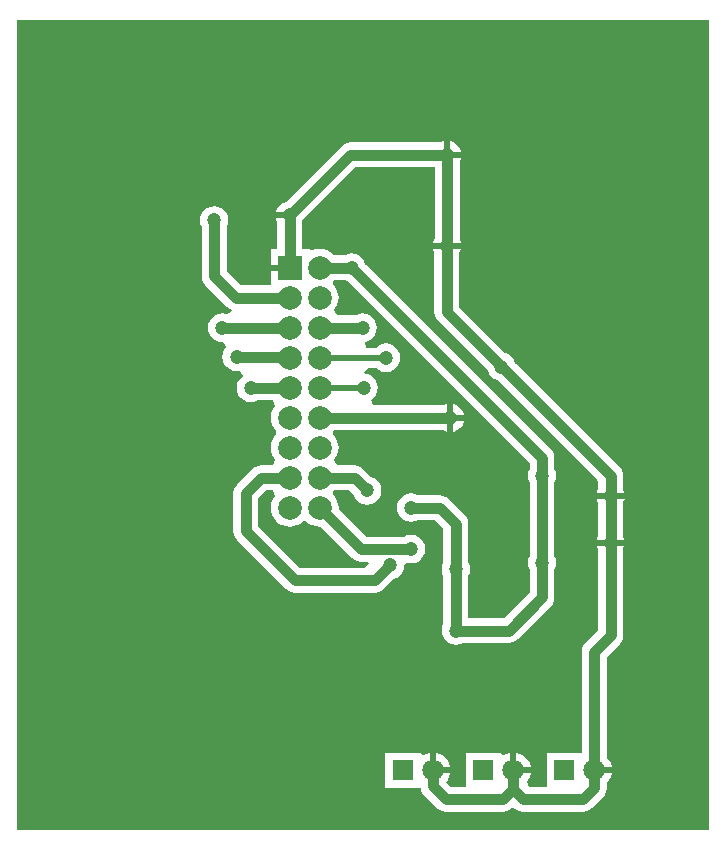
<source format=gbl>
%FSLAX42Y42*%
%MOMM*%
G71*
G01*
G75*
G04 Layer_Physical_Order=2*
G04 Layer_Color=16711680*
%ADD10R,1.00X1.10*%
%ADD11R,1.50X1.30*%
%ADD12R,0.60X2.00*%
%ADD13R,2.00X0.60*%
%ADD14R,1.10X1.00*%
%ADD15R,1.30X1.55*%
%ADD16C,0.89*%
%ADD17C,0.51*%
%ADD18C,1.80*%
%ADD19R,1.80X1.80*%
%ADD20C,2.00*%
%ADD21R,2.00X2.00*%
%ADD22C,1.20*%
G36*
X5927Y73D02*
X73D01*
Y6927D01*
X5927D01*
Y73D01*
D02*
G37*
%LPC*%
G36*
X4297Y725D02*
Y602D01*
X4420D01*
X4420Y606D01*
X4411Y634D01*
X4397Y660D01*
X4378Y683D01*
X4356Y702D01*
X4329Y716D01*
X4301Y724D01*
X4297Y725D01*
D02*
G37*
G36*
X5215Y2875D02*
X4980D01*
X4980Y2869D01*
X4992Y2841D01*
Y2564D01*
X4980Y2536D01*
X4980Y2530D01*
X5215D01*
X5214Y2536D01*
X5203Y2564D01*
Y2841D01*
X5214Y2869D01*
X5215Y2875D01*
D02*
G37*
G36*
Y2479D02*
X4980D01*
X4980Y2474D01*
X4992Y2446D01*
Y1763D01*
X4883Y1654D01*
X4866Y1632D01*
X4856Y1607D01*
X4852Y1579D01*
Y726D01*
X4554D01*
Y436D01*
X4409D01*
X4387Y481D01*
X4397Y493D01*
X4411Y519D01*
X4420Y547D01*
X4420Y551D01*
X4272D01*
Y576D01*
X4246D01*
Y725D01*
X4242Y724D01*
X4214Y716D01*
X4188Y702D01*
X4168Y726D01*
Y726D01*
X3868D01*
Y436D01*
X3744D01*
X3703Y477D01*
X3716Y493D01*
X3730Y519D01*
X3739Y547D01*
X3739Y551D01*
X3591D01*
Y576D01*
X3565D01*
Y725D01*
X3561Y724D01*
X3533Y716D01*
X3507Y702D01*
X3487Y726D01*
Y726D01*
X3187D01*
Y426D01*
X3487D01*
X3487Y426D01*
Y426D01*
X3487Y426D01*
X3489Y413D01*
X3500Y387D01*
X3516Y365D01*
X3626Y256D01*
X3636Y248D01*
X3648Y239D01*
X3673Y228D01*
X3701Y225D01*
X4188D01*
X4215Y228D01*
X4240Y239D01*
X4262Y256D01*
Y256D01*
X4262D01*
D01*
X4262D01*
D01*
X4262D01*
Y256D01*
D01*
Y256D01*
D01*
D01*
X4282D01*
X4291Y248D01*
X4303Y239D01*
X4329Y228D01*
X4356Y225D01*
X4864D01*
X4891Y228D01*
X4917Y239D01*
X4939Y256D01*
Y256D01*
X4939D01*
D01*
D01*
D01*
D01*
D01*
D01*
X4939D01*
D01*
X4939D01*
Y256D01*
D01*
D01*
D01*
D01*
Y256D01*
D01*
D01*
D01*
D01*
D01*
D01*
Y256D01*
D01*
D01*
X4939D01*
D01*
D01*
D01*
X5032Y349D01*
X5049Y371D01*
X5059Y396D01*
X5063Y424D01*
D01*
D01*
D01*
D01*
D01*
D01*
X5063D01*
D01*
D01*
D01*
Y424D01*
X5063Y424D01*
D01*
D01*
D01*
D01*
D01*
D01*
D01*
D01*
D01*
D01*
D01*
Y428D01*
X5063Y469D01*
X5064Y470D01*
X5083Y493D01*
X5097Y519D01*
X5105Y547D01*
X5106Y551D01*
X4958D01*
Y602D01*
X5106D01*
X5105Y606D01*
X5097Y634D01*
X5083Y660D01*
X5064Y683D01*
X5063Y684D01*
Y1536D01*
X5172Y1645D01*
X5189Y1667D01*
X5199Y1692D01*
X5203Y1719D01*
Y2446D01*
X5214Y2474D01*
X5215Y2479D01*
D02*
G37*
G36*
X3616Y725D02*
Y602D01*
X3739D01*
X3739Y606D01*
X3730Y634D01*
X3716Y660D01*
X3697Y683D01*
X3675Y702D01*
X3649Y716D01*
X3620Y724D01*
X3616Y725D01*
D02*
G37*
G36*
X3764Y3679D02*
Y3586D01*
X3856D01*
X3856Y3592D01*
X3844Y3621D01*
X3824Y3647D01*
X3799Y3666D01*
X3770Y3678D01*
X3764Y3679D01*
D02*
G37*
G36*
X3688Y5906D02*
X3682Y5906D01*
X3654Y5894D01*
X2893D01*
X2866Y5891D01*
X2841Y5880D01*
X2828Y5871D01*
X2819Y5863D01*
X2347Y5391D01*
X2319Y5380D01*
X2294Y5361D01*
X2275Y5336D01*
X2263Y5306D01*
X2262Y5301D01*
X2380D01*
Y5250D01*
X2262D01*
X2263Y5244D01*
X2274Y5216D01*
Y4991D01*
X2219D01*
Y4856D01*
X2380D01*
Y4806D01*
X2219D01*
Y4682D01*
X1969D01*
X1845Y4806D01*
Y5173D01*
X1857Y5201D01*
X1861Y5232D01*
X1857Y5264D01*
X1845Y5293D01*
X1825Y5318D01*
X1800Y5337D01*
X1771Y5349D01*
X1740Y5353D01*
X1709Y5349D01*
X1679Y5337D01*
X1654Y5318D01*
X1635Y5293D01*
X1623Y5264D01*
X1619Y5232D01*
X1623Y5201D01*
X1635Y5173D01*
Y4762D01*
X1635Y4762D01*
X1635D01*
X1638Y4735D01*
X1649Y4710D01*
X1665Y4688D01*
X1851Y4502D01*
D01*
X1851D01*
X1851Y4502D01*
X1851Y4502D01*
X1851D01*
D01*
X1851D01*
X1851Y4502D01*
Y4502D01*
X1851Y4502D01*
Y4502D01*
X1873Y4486D01*
X1893Y4477D01*
X1890Y4461D01*
X1846Y4437D01*
X1840Y4440D01*
X1808Y4444D01*
X1777Y4440D01*
X1748Y4428D01*
X1723Y4409D01*
X1703Y4383D01*
X1691Y4354D01*
X1687Y4323D01*
X1691Y4292D01*
X1703Y4262D01*
X1723Y4237D01*
X1748Y4218D01*
X1777Y4206D01*
X1808Y4202D01*
X1814Y4203D01*
X1832Y4180D01*
X1843Y4160D01*
X1826Y4137D01*
X1813Y4108D01*
X1809Y4077D01*
X1813Y4045D01*
X1826Y4016D01*
X1845Y3991D01*
X1870Y3972D01*
X1899Y3960D01*
X1930Y3956D01*
X1962Y3960D01*
X1981Y3913D01*
X1964Y3901D01*
X1945Y3875D01*
X1933Y3846D01*
X1929Y3815D01*
X1933Y3784D01*
X1945Y3754D01*
X1964Y3729D01*
X1989Y3710D01*
X2018Y3698D01*
X2050Y3694D01*
X2081Y3698D01*
X2109Y3710D01*
X2236D01*
X2257Y3664D01*
X2246Y3650D01*
X2231Y3622D01*
X2222Y3592D01*
X2219Y3561D01*
X2222Y3530D01*
X2231Y3499D01*
X2246Y3472D01*
X2266Y3447D01*
Y3421D01*
X2246Y3396D01*
X2231Y3368D01*
X2222Y3338D01*
X2219Y3307D01*
X2222Y3276D01*
X2231Y3245D01*
X2246Y3218D01*
X2257Y3203D01*
X2236Y3158D01*
X2139D01*
X2111Y3155D01*
X2086Y3144D01*
X2064Y3127D01*
X1932Y2995D01*
X1915Y2974D01*
X1905Y2948D01*
X1901Y2921D01*
Y2603D01*
X1905Y2576D01*
X1915Y2551D01*
X1932Y2529D01*
X2351Y2110D01*
X2361Y2103D01*
X2373Y2093D01*
X2398Y2083D01*
X2426Y2079D01*
X3099D01*
X3126Y2083D01*
X3151Y2093D01*
X3173Y2110D01*
X3258Y2195D01*
X3286Y2207D01*
X3311Y2226D01*
X3331Y2251D01*
X3343Y2280D01*
X3347Y2311D01*
X3347Y2311D01*
X3347Y2311D01*
X3347Y2313D01*
X3375Y2332D01*
X3406Y2328D01*
X3437Y2332D01*
X3467Y2344D01*
X3492Y2363D01*
X3511Y2388D01*
X3523Y2417D01*
X3527Y2449D01*
X3523Y2480D01*
X3511Y2509D01*
X3492Y2534D01*
X3467Y2553D01*
X3437Y2566D01*
X3406Y2570D01*
X3375Y2566D01*
X3347Y2554D01*
X3027D01*
X2793Y2788D01*
X2794Y2799D01*
X2791Y2830D01*
X2782Y2860D01*
X2767Y2888D01*
X2747Y2913D01*
Y2939D01*
X2754Y2948D01*
X2885D01*
X2919Y2914D01*
X2930Y2886D01*
X2950Y2861D01*
X2975Y2842D01*
X3004Y2829D01*
X3035Y2825D01*
X3067Y2829D01*
X3096Y2842D01*
X3121Y2861D01*
X3140Y2886D01*
X3152Y2915D01*
X3156Y2946D01*
X3152Y2978D01*
X3140Y3007D01*
X3121Y3032D01*
X3096Y3051D01*
X3068Y3063D01*
X3003Y3127D01*
X2981Y3144D01*
X2956Y3155D01*
X2929Y3158D01*
X2777D01*
X2756Y3203D01*
X2767Y3218D01*
X2782Y3245D01*
X2791Y3276D01*
X2794Y3307D01*
X2791Y3338D01*
X2782Y3368D01*
X2767Y3396D01*
X2747Y3421D01*
Y3447D01*
X2754Y3456D01*
X3679D01*
X3707Y3444D01*
X3713Y3443D01*
Y3561D01*
Y3679D01*
X3707Y3678D01*
X3679Y3666D01*
X3086D01*
X3070Y3714D01*
X3091Y3729D01*
X3110Y3754D01*
X3122Y3784D01*
X3126Y3815D01*
X3122Y3846D01*
X3110Y3875D01*
X3091Y3901D01*
X3065Y3920D01*
X3036Y3932D01*
X3005Y3936D01*
Y3947D01*
X3040Y3983D01*
X3111D01*
X3135Y3964D01*
X3164Y3952D01*
X3195Y3948D01*
X3227Y3952D01*
X3256Y3964D01*
X3281Y3983D01*
X3300Y4008D01*
X3312Y4038D01*
X3317Y4069D01*
X3312Y4100D01*
X3300Y4129D01*
X3281Y4155D01*
X3256Y4174D01*
X3227Y4186D01*
X3195Y4190D01*
X3164Y4186D01*
X3135Y4174D01*
X3111Y4155D01*
X3033D01*
X3023Y4164D01*
X3021Y4203D01*
X3021D01*
X3020Y4205D01*
X3029Y4206D01*
X3037Y4210D01*
X3037D01*
X3058Y4218D01*
X3083Y4237D01*
X3102Y4262D01*
X3114Y4292D01*
X3118Y4323D01*
X3114Y4354D01*
X3102Y4383D01*
X3083Y4409D01*
X3058Y4428D01*
X3029Y4440D01*
X2997Y4444D01*
X2966Y4440D01*
X2938Y4428D01*
X2777D01*
X2756Y4473D01*
X2767Y4488D01*
X2782Y4515D01*
X2791Y4546D01*
X2794Y4577D01*
X2791Y4608D01*
X2782Y4638D01*
X2767Y4666D01*
X2747Y4691D01*
Y4717D01*
X2754Y4726D01*
X2844D01*
X2871Y4715D01*
X4411Y3175D01*
Y3130D01*
X4399Y3102D01*
X4395Y3070D01*
X4399Y3039D01*
X4411Y3011D01*
Y2394D01*
X4399Y2366D01*
X4395Y2335D01*
X4399Y2304D01*
X4411Y2276D01*
Y2083D01*
X4193Y1866D01*
X3892D01*
Y2219D01*
X3904Y2247D01*
X3908Y2279D01*
X3904Y2310D01*
X3892Y2338D01*
Y2665D01*
X3888Y2692D01*
X3878Y2718D01*
X3861Y2739D01*
D01*
X3861Y2739D01*
D01*
D01*
D01*
X3861Y2739D01*
X3861Y2739D01*
X3726Y2875D01*
X3704Y2891D01*
X3679Y2902D01*
X3651Y2906D01*
X3465D01*
X3437Y2917D01*
X3406Y2921D01*
X3375Y2917D01*
X3346Y2905D01*
X3320Y2886D01*
X3301Y2861D01*
X3289Y2832D01*
X3285Y2800D01*
X3289Y2769D01*
X3301Y2740D01*
X3320Y2715D01*
X3346Y2695D01*
X3375Y2683D01*
X3406Y2679D01*
X3437Y2683D01*
X3465Y2695D01*
X3608D01*
X3681Y2621D01*
Y2338D01*
X3670Y2310D01*
X3666Y2279D01*
X3670Y2247D01*
X3681Y2219D01*
Y1820D01*
X3670Y1792D01*
X3666Y1760D01*
X3670Y1729D01*
X3682Y1700D01*
X3701Y1675D01*
X3726Y1656D01*
X3755Y1643D01*
X3787Y1639D01*
X3818Y1643D01*
X3846Y1655D01*
X4237D01*
X4264Y1659D01*
X4290Y1669D01*
X4311Y1686D01*
Y1686D01*
X4311D01*
D01*
D01*
D01*
D01*
D01*
D01*
X4311D01*
D01*
X4311D01*
Y1686D01*
D01*
D01*
D01*
D01*
Y1686D01*
D01*
D01*
D01*
D01*
D01*
D01*
Y1686D01*
D01*
D01*
X4311D01*
D01*
D01*
D01*
D01*
D01*
X4591Y1965D01*
X4607Y1987D01*
X4618Y2012D01*
X4621Y2040D01*
Y2276D01*
X4633Y2304D01*
X4637Y2335D01*
X4633Y2366D01*
X4621Y2394D01*
Y3011D01*
X4633Y3039D01*
X4637Y3070D01*
X4633Y3102D01*
X4621Y3130D01*
Y3218D01*
D01*
X4621Y3218D01*
D01*
D01*
X4621D01*
D01*
D01*
D01*
D01*
D01*
Y3218D01*
D01*
D01*
D01*
D01*
D01*
D01*
D01*
X4621Y3218D01*
X4618Y3246D01*
X4614Y3254D01*
X4614Y3254D01*
X4607Y3271D01*
Y3271D01*
D01*
D01*
D01*
X4607Y3271D01*
X4591Y3293D01*
X3020Y4864D01*
X3008Y4891D01*
X2989Y4917D01*
X2964Y4936D01*
X2935Y4948D01*
X2903Y4952D01*
X2872Y4948D01*
X2844Y4936D01*
X2754D01*
X2747Y4945D01*
X2723Y4965D01*
X2695Y4979D01*
X2665Y4989D01*
X2633Y4992D01*
X2602Y4989D01*
X2572Y4979D01*
X2568Y4977D01*
X2540Y4991D01*
X2540Y4991D01*
X2485D01*
Y5216D01*
X2496Y5242D01*
X2937Y5683D01*
X3608D01*
Y5082D01*
X3606Y5079D01*
X3594Y5050D01*
X3593Y5044D01*
X3828D01*
X3828Y5050D01*
X3819Y5072D01*
Y5730D01*
X3830Y5757D01*
X3831Y5763D01*
X3713D01*
Y5789D01*
X3688D01*
Y5906D01*
D02*
G37*
G36*
X3739D02*
Y5814D01*
X3831D01*
X3830Y5820D01*
X3818Y5849D01*
X3799Y5874D01*
X3774Y5894D01*
X3745Y5906D01*
X3739Y5906D01*
D02*
G37*
G36*
X3828Y4993D02*
X3593D01*
X3594Y4987D01*
X3605Y4960D01*
Y4455D01*
X3605Y4455D01*
X3605D01*
X3609Y4428D01*
X3619Y4403D01*
X3636Y4381D01*
X4055Y3962D01*
X4067Y3933D01*
X4086Y3908D01*
X4111Y3889D01*
X4140Y3877D01*
X4992Y3025D01*
Y2960D01*
X4980Y2932D01*
X4980Y2926D01*
X5215D01*
X5214Y2932D01*
X5203Y2960D01*
Y3069D01*
X5199Y3096D01*
X5189Y3121D01*
X5172Y3143D01*
D01*
X5172Y3143D01*
D01*
D01*
D01*
X5172Y3143D01*
X5172Y3143D01*
X4288Y4027D01*
X4277Y4054D01*
X4257Y4080D01*
X4232Y4099D01*
X4205Y4110D01*
X3816Y4499D01*
Y4960D01*
X3828Y4987D01*
X3828Y4993D01*
D02*
G37*
G36*
X3856Y3536D02*
X3764D01*
Y3443D01*
X3770Y3444D01*
X3799Y3456D01*
X3824Y3475D01*
X3844Y3500D01*
X3856Y3530D01*
X3856Y3536D01*
D02*
G37*
%LPD*%
G36*
X2257Y2902D02*
X2246Y2888D01*
X2231Y2860D01*
X2222Y2830D01*
X2219Y2799D01*
X2222Y2768D01*
X2231Y2737D01*
X2246Y2710D01*
X2266Y2685D01*
X2290Y2665D01*
X2318Y2650D01*
X2348Y2641D01*
X2380Y2638D01*
X2411Y2641D01*
X2441Y2650D01*
X2469Y2665D01*
X2493Y2685D01*
X2520D01*
X2544Y2665D01*
X2572Y2650D01*
X2602Y2641D01*
X2633Y2638D01*
X2644Y2639D01*
X2909Y2374D01*
X2931Y2357D01*
X2957Y2347D01*
X2984Y2343D01*
X3043D01*
X3048Y2331D01*
X3021Y2290D01*
X2469D01*
X2112Y2647D01*
Y2877D01*
X2182Y2948D01*
X2236D01*
X2257Y2902D01*
D02*
G37*
D16*
X2633Y4831D02*
X2903D01*
X4516Y3218D01*
X2984Y2449D02*
X3406D01*
X2633Y2799D02*
X2984Y2449D01*
X3099Y2184D02*
X3226Y2311D01*
X2426Y2184D02*
X3099D01*
X2007Y2603D02*
X2426Y2184D01*
X2007Y2603D02*
Y2921D01*
X2139Y3053D01*
X2380D01*
X3713Y5021D02*
Y5789D01*
X3711Y5019D02*
X3713Y5021D01*
X2893Y5789D02*
X3713D01*
X2380Y5275D02*
X2893Y5789D01*
X2380Y4831D02*
Y5275D01*
X4958Y1579D02*
X5097Y1719D01*
X4864Y330D02*
X4958Y424D01*
X4356Y330D02*
X4864D01*
X4272Y414D02*
X4356Y330D01*
X4272Y414D02*
Y576D01*
X4188Y330D02*
X4272Y414D01*
X3701Y330D02*
X4188D01*
X3591Y440D02*
X3701Y330D01*
X3591Y440D02*
Y576D01*
X3406Y2800D02*
X3651D01*
X3787Y2665D01*
Y1760D02*
X4237D01*
X4516Y2040D01*
X3787Y1760D02*
Y2665D01*
X4516Y2040D02*
Y3218D01*
X3711Y4455D02*
Y5019D01*
Y4455D02*
X5097Y3069D01*
X4958Y424D02*
Y1579D01*
X5097Y1719D02*
Y3069D01*
X1925Y4577D02*
X2380D01*
X1740Y4762D02*
X1925Y4577D01*
X1740Y4762D02*
Y5232D01*
X2050Y3815D02*
X2380D01*
X1808Y4323D02*
X2380D01*
X1930Y4077D02*
X2400D01*
X2633Y3053D02*
X2929D01*
X3035Y2946D01*
X2633Y4323D02*
X2997D01*
X2633Y3561D02*
X3739D01*
D17*
X2633Y4069D02*
X3195D01*
X2633Y3815D02*
X3005D01*
D18*
X4958Y576D02*
D03*
X4272D02*
D03*
X3591D02*
D03*
D19*
X4704D02*
D03*
X4018D02*
D03*
X3337D02*
D03*
D20*
X2633Y4577D02*
D03*
X2380Y3307D02*
D03*
Y3561D02*
D03*
X2633Y3307D02*
D03*
X2380Y2799D02*
D03*
X2633Y4831D02*
D03*
X2380Y4577D02*
D03*
Y4323D02*
D03*
X2633D02*
D03*
X2380Y4069D02*
D03*
X2633D02*
D03*
X2380Y3815D02*
D03*
X2633D02*
D03*
Y3561D02*
D03*
X2380Y3053D02*
D03*
X2633D02*
D03*
Y2799D02*
D03*
D21*
X2380Y4831D02*
D03*
D22*
X3711Y5019D02*
D03*
X3713Y5789D02*
D03*
X3406Y2449D02*
D03*
X3226Y2311D02*
D03*
X5097Y2505D02*
D03*
Y2900D02*
D03*
X4516Y3070D02*
D03*
Y2335D02*
D03*
X3787Y2279D02*
D03*
X3406Y2800D02*
D03*
X3787Y1760D02*
D03*
X1740Y5232D02*
D03*
X1808Y4323D02*
D03*
X1930Y4077D02*
D03*
X2050Y3815D02*
D03*
X3035Y2946D02*
D03*
X3195Y4069D02*
D03*
X3005Y3815D02*
D03*
X2997Y4323D02*
D03*
X2380Y5275D02*
D03*
X2903Y4831D02*
D03*
X3739Y3561D02*
D03*
X4172Y3994D02*
D03*
M02*

</source>
